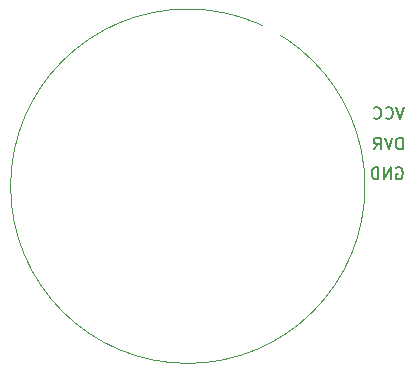
<source format=gbo>
G04 #@! TF.GenerationSoftware,KiCad,Pcbnew,(6.0.1-0)*
G04 #@! TF.CreationDate,2022-01-17T01:44:42+01:00*
G04 #@! TF.ProjectId,f_buzzer,665f6275-7a7a-4657-922e-6b696361645f,rev?*
G04 #@! TF.SameCoordinates,Original*
G04 #@! TF.FileFunction,Legend,Bot*
G04 #@! TF.FilePolarity,Positive*
%FSLAX46Y46*%
G04 Gerber Fmt 4.6, Leading zero omitted, Abs format (unit mm)*
G04 Created by KiCad (PCBNEW (6.0.1-0)) date 2022-01-17 01:44:42*
%MOMM*%
%LPD*%
G01*
G04 APERTURE LIST*
%ADD10C,0.150000*%
%ADD11C,0.120000*%
%ADD12O,1.500000X9.000000*%
%ADD13C,1.524000*%
%ADD14R,1.700000X1.700000*%
%ADD15O,1.700000X1.700000*%
%ADD16O,1.500000X13.000000*%
G04 APERTURE END LIST*
D10*
X179391904Y-90810000D02*
X179487142Y-90762380D01*
X179630000Y-90762380D01*
X179772857Y-90810000D01*
X179868095Y-90905238D01*
X179915714Y-91000476D01*
X179963333Y-91190952D01*
X179963333Y-91333809D01*
X179915714Y-91524285D01*
X179868095Y-91619523D01*
X179772857Y-91714761D01*
X179630000Y-91762380D01*
X179534761Y-91762380D01*
X179391904Y-91714761D01*
X179344285Y-91667142D01*
X179344285Y-91333809D01*
X179534761Y-91333809D01*
X178915714Y-91762380D02*
X178915714Y-90762380D01*
X178344285Y-91762380D01*
X178344285Y-90762380D01*
X177868095Y-91762380D02*
X177868095Y-90762380D01*
X177630000Y-90762380D01*
X177487142Y-90810000D01*
X177391904Y-90905238D01*
X177344285Y-91000476D01*
X177296666Y-91190952D01*
X177296666Y-91333809D01*
X177344285Y-91524285D01*
X177391904Y-91619523D01*
X177487142Y-91714761D01*
X177630000Y-91762380D01*
X177868095Y-91762380D01*
X180073333Y-85642380D02*
X179740000Y-86642380D01*
X179406666Y-85642380D01*
X178501904Y-86547142D02*
X178549523Y-86594761D01*
X178692380Y-86642380D01*
X178787619Y-86642380D01*
X178930476Y-86594761D01*
X179025714Y-86499523D01*
X179073333Y-86404285D01*
X179120952Y-86213809D01*
X179120952Y-86070952D01*
X179073333Y-85880476D01*
X179025714Y-85785238D01*
X178930476Y-85690000D01*
X178787619Y-85642380D01*
X178692380Y-85642380D01*
X178549523Y-85690000D01*
X178501904Y-85737619D01*
X177501904Y-86547142D02*
X177549523Y-86594761D01*
X177692380Y-86642380D01*
X177787619Y-86642380D01*
X177930476Y-86594761D01*
X178025714Y-86499523D01*
X178073333Y-86404285D01*
X178120952Y-86213809D01*
X178120952Y-86070952D01*
X178073333Y-85880476D01*
X178025714Y-85785238D01*
X177930476Y-85690000D01*
X177787619Y-85642380D01*
X177692380Y-85642380D01*
X177549523Y-85690000D01*
X177501904Y-85737619D01*
X179930476Y-89232380D02*
X179930476Y-88232380D01*
X179692380Y-88232380D01*
X179549523Y-88280000D01*
X179454285Y-88375238D01*
X179406666Y-88470476D01*
X179359047Y-88660952D01*
X179359047Y-88803809D01*
X179406666Y-88994285D01*
X179454285Y-89089523D01*
X179549523Y-89184761D01*
X179692380Y-89232380D01*
X179930476Y-89232380D01*
X179073333Y-88232380D02*
X178740000Y-89232380D01*
X178406666Y-88232380D01*
X177501904Y-89232380D02*
X177835238Y-88756190D01*
X178073333Y-89232380D02*
X178073333Y-88232380D01*
X177692380Y-88232380D01*
X177597142Y-88280000D01*
X177549523Y-88327619D01*
X177501904Y-88422857D01*
X177501904Y-88565714D01*
X177549523Y-88660952D01*
X177597142Y-88708571D01*
X177692380Y-88756190D01*
X178073333Y-88756190D01*
D11*
X176740000Y-92350000D02*
G75*
G03*
X176740000Y-92350000I-15000000J0D01*
G01*
%LPC*%
D12*
X168820000Y-82850000D03*
X168810000Y-93490000D03*
D13*
X131035000Y-108365000D03*
X128495000Y-105825000D03*
X125955000Y-108365000D03*
D14*
X181570000Y-86230000D03*
D15*
X181570000Y-88770000D03*
X181570000Y-91310000D03*
D16*
X161740000Y-85020000D03*
X161740000Y-99680000D03*
M02*

</source>
